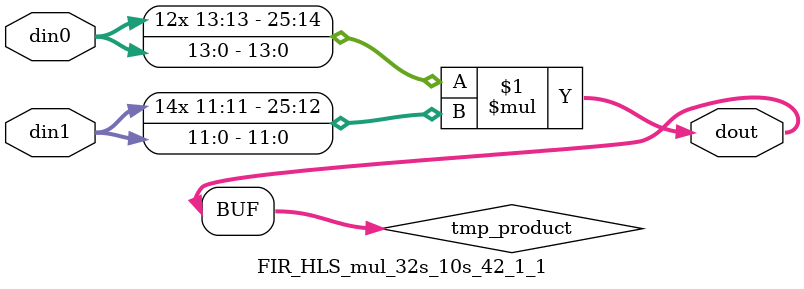
<source format=v>

`timescale 1 ns / 1 ps

 module FIR_HLS_mul_32s_10s_42_1_1(din0, din1, dout);
parameter ID = 1;
parameter NUM_STAGE = 0;
parameter din0_WIDTH = 14;
parameter din1_WIDTH = 12;
parameter dout_WIDTH = 26;

input [din0_WIDTH - 1 : 0] din0; 
input [din1_WIDTH - 1 : 0] din1; 
output [dout_WIDTH - 1 : 0] dout;

wire signed [dout_WIDTH - 1 : 0] tmp_product;



























assign tmp_product = $signed(din0) * $signed(din1);








assign dout = tmp_product;





















endmodule

</source>
